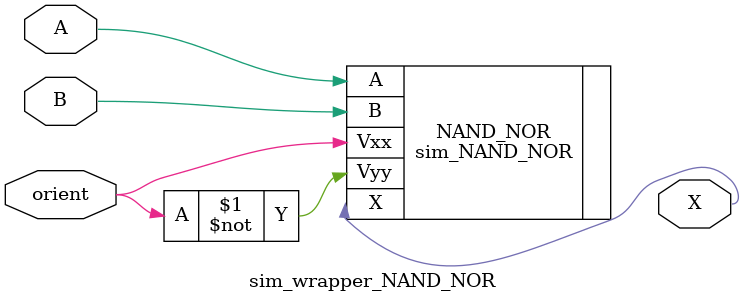
<source format=sv>
/*
 John Martinuk
 
 This module simulates the behavior of an NAND_NOR cell with driving buffers to power polymorphic gates
 */

module sim_wrapper_NAND_NOR (
			     input logic  A, B, orient,
			     output logic X
			     );
   
   sim_NAND_NOR NAND_NOR (
			  .A(A),
			  .B(B),
			  .Vxx(orient),
			  .Vyy(~orient),
			  .X(X)
			  );

endmodule // sim_wrapper_NAND_NOR




</source>
